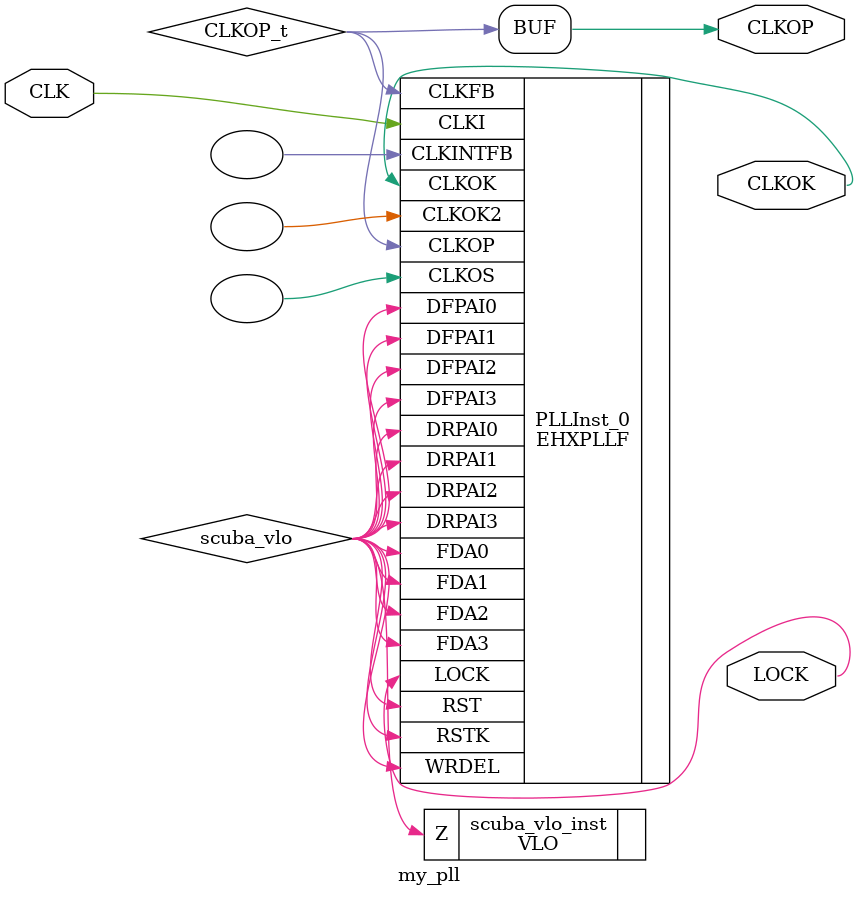
<source format=v>
/* Verilog netlist generated by SCUBA Diamond_3.1_Production (93) */
/* Module Version: 5.5 */
/* /usr/local/diamond/3.1_x64/ispfpga/bin/lin64/scuba -w -n my_pll -lang verilog -synth synplify -arch ep5c00 -type pll -fin 50 -phase_cntl STATIC -fclkop 500 -fclkop_tol 0.0 -fb_mode CLOCKTREE -noclkos -fclkok 50 -fclkok_tol 0.0 -clkoki 0 -norst -noclkok2 -bw  */
/* Thu May 29 20:36:38 2014 */


`timescale 1 ns / 1 ps
module my_pll (CLK, CLKOP, CLKOK, LOCK)/* synthesis syn_noprune=1 *//* synthesis NGD_DRC_MASK=1 */;// exemplar attribute my_pll dont_touch true 
    input wire CLK;
    output wire CLKOP;
    output wire CLKOK;
    output wire LOCK;

    wire CLKOP_t;
    wire scuba_vlo;

    VLO scuba_vlo_inst (.Z(scuba_vlo));

    defparam PLLInst_0.FEEDBK_PATH = "CLKOP" ;
    defparam PLLInst_0.CLKOK_BYPASS = "DISABLED" ;
    defparam PLLInst_0.CLKOS_BYPASS = "DISABLED" ;
    defparam PLLInst_0.CLKOP_BYPASS = "DISABLED" ;
    defparam PLLInst_0.CLKOK_INPUT = "CLKOP" ;
    defparam PLLInst_0.DELAY_PWD = "DISABLED" ;
    defparam PLLInst_0.DELAY_VAL = 0 ;
    defparam PLLInst_0.CLKOS_TRIM_DELAY = 0 ;
    defparam PLLInst_0.CLKOS_TRIM_POL = "RISING" ;
    defparam PLLInst_0.CLKOP_TRIM_DELAY = 0 ;
    defparam PLLInst_0.CLKOP_TRIM_POL = "RISING" ;
    defparam PLLInst_0.PHASE_DELAY_CNTL = "STATIC" ;
    defparam PLLInst_0.DUTY = 8 ;
    defparam PLLInst_0.PHASEADJ = "0.0" ;
    defparam PLLInst_0.CLKOK_DIV = 10 ;
    defparam PLLInst_0.CLKOP_DIV = 2 ;
    defparam PLLInst_0.CLKFB_DIV = 10 ;
    defparam PLLInst_0.CLKI_DIV = 1 ;
    defparam PLLInst_0.FIN = "50.000000" ;
    EHXPLLF PLLInst_0 (.CLKI(CLK), .CLKFB(CLKOP_t), .RST(scuba_vlo), .RSTK(scuba_vlo), 
        .WRDEL(scuba_vlo), .DRPAI3(scuba_vlo), .DRPAI2(scuba_vlo), .DRPAI1(scuba_vlo), 
        .DRPAI0(scuba_vlo), .DFPAI3(scuba_vlo), .DFPAI2(scuba_vlo), .DFPAI1(scuba_vlo), 
        .DFPAI0(scuba_vlo), .FDA3(scuba_vlo), .FDA2(scuba_vlo), .FDA1(scuba_vlo), 
        .FDA0(scuba_vlo), .CLKOP(CLKOP_t), .CLKOS(), .CLKOK(CLKOK), .CLKOK2(), 
        .LOCK(LOCK), .CLKINTFB())
             /* synthesis FREQUENCY_PIN_CLKOP="500.000000" */
             /* synthesis FREQUENCY_PIN_CLKI="50.000000" */
             /* synthesis FREQUENCY_PIN_CLKOK="50.000000" */;

    assign CLKOP = CLKOP_t;


    // exemplar begin
    // exemplar attribute PLLInst_0 FREQUENCY_PIN_CLKOP 500.000000
    // exemplar attribute PLLInst_0 FREQUENCY_PIN_CLKI 50.000000
    // exemplar attribute PLLInst_0 FREQUENCY_PIN_CLKOK 50.000000
    // exemplar end

endmodule

</source>
